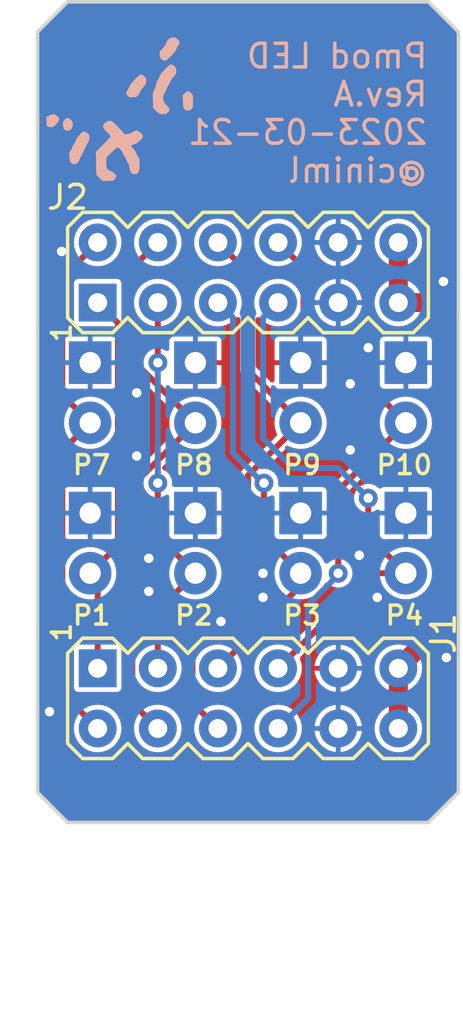
<source format=kicad_pcb>
(kicad_pcb (version 20221018) (generator pcbnew)
  (layers (0 "F.Cu" signal) (31 "B.Cu" signal) (34 "B.Paste" user) (35 "F.Paste" user) (36 "B.SilkS" user "B.Silkscreen") (37 "F.SilkS" user "F.Silkscreen") (38 "B.Mask" user) (39 "F.Mask" user) (44 "Edge.Cuts" user))
  (net 0 "")
  (net 1 "GND")
  (net 2 "/PMOD_P1")
  (net 3 "+3V3")
  (net 4 "/PMOD_P2")
  (net 5 "/PMOD_P3")
  (net 6 "/PMOD_P4")
  (net 7 "/PMOD_P7")
  (net 8 "/PMOD_P8")
  (net 9 "/PMOD_P9")
  (net 10 "/PMOD_P10")
  (footprint "local:Conn_Pmod_Spec_B_Thin" (layer "F.Cu") (at 5.08 34.49 90)
    (fp_text reference "J1" (at 1.47 14.605 90) (layer "F.SilkS"))
    (fp_text value "Conn_02x06_Top_Bottom")
    (fp_text user "1" (at 1.524 -1.524 90 unlocked) (layer "F.SilkS") (effects (font (size 0.8 0.8))))
    (fp_line (start -3.81 -0.635) (end -3.175 -1.27) (stroke (width 0.15)) (layer "F.SilkS"))
    (fp_line (start -3.81 0.635) (end -3.81 -0.635) (stroke (width 0.15)) (layer "F.SilkS"))
    (fp_line (start -3.81 1.905) (end -3.175 1.27) (stroke (width 0.15)) (layer "F.SilkS"))
    (fp_line (start -3.81 3.175) (end -3.81 1.905) (stroke (width 0.15)) (layer "F.SilkS"))
    (fp_line (start -3.81 4.445) (end -3.175 3.81) (stroke (width 0.15)) (layer "F.SilkS"))
    (fp_line (start -3.81 5.715) (end -3.81 4.445) (stroke (width 0.15)) (layer "F.SilkS"))
    (fp_line (start -3.81 6.985) (end -3.175 6.35) (stroke (width 0.15)) (layer "F.SilkS"))
    (fp_line (start -3.81 8.255) (end -3.81 6.985) (stroke (width 0.15)) (layer "F.SilkS"))
    (fp_line (start -3.81 9.525) (end -3.175 8.89) (stroke (width 0.15)) (layer "F.SilkS"))
    (fp_line (start -3.81 10.795) (end -3.81 9.525) (stroke (width 0.15)) (layer "F.SilkS"))
    (fp_line (start -3.81 12.065) (end -3.175 11.43) (stroke (width 0.15)) (layer "F.SilkS"))
    (fp_line (start -3.81 13.335) (end -3.81 12.065) (stroke (width 0.15)) (layer "F.SilkS"))
    (fp_line (start -3.175 -1.27) (end 0.635 -1.27) (stroke (width 0.15)) (layer "F.SilkS"))
    (fp_line (start -3.175 1.27) (end -3.81 0.635) (stroke (width 0.15)) (layer "F.SilkS"))
    (fp_line (start -3.175 3.81) (end -3.81 3.175) (stroke (width 0.15)) (layer "F.SilkS"))
    (fp_line (start -3.175 6.35) (end -3.81 5.715) (stroke (width 0.15)) (layer "F.SilkS"))
    (fp_line (start -3.175 8.89) (end -3.81 8.255) (stroke (width 0.15)) (layer "F.SilkS"))
    (fp_line (start -3.175 11.43) (end -3.81 10.795) (stroke (width 0.15)) (layer "F.SilkS"))
    (fp_line (start -3.175 13.97) (end -3.81 13.335) (stroke (width 0.15)) (layer "F.SilkS"))
    (fp_line (start 0.635 -1.27) (end 1.27 -0.635) (stroke (width 0.15)) (layer "F.SilkS"))
    (fp_line (start 0.635 1.27) (end 1.27 1.905) (stroke (width 0.15)) (layer "F.SilkS"))
    (fp_line (start 0.635 3.81) (end 1.27 4.445) (stroke (width 0.15)) (layer "F.SilkS"))
    (fp_line (start 0.635 6.35) (end 1.27 6.985) (stroke (width 0.15)) (layer "F.SilkS"))
    (fp_line (start 0.635 8.89) (end 1.27 9.525) (stroke (width 0.15)) (layer "F.SilkS"))
    (fp_line (start 0.635 11.43) (end 1.27 12.065) (stroke (width 0.15)) (layer "F.SilkS"))
    (fp_line (start 0.635 13.97) (end -3.175 13.97) (stroke (width 0.15)) (layer "F.SilkS"))
    (fp_line (start 1.27 -0.635) (end 1.27 0.635) (stroke (width 0.15)) (layer "F.SilkS"))
    (fp_line (start 1.27 0.635) (end 0.635 1.27) (stroke (width 0.15)) (layer "F.SilkS"))
    (fp_line (start 1.27 1.905) (end 1.27 3.175) (stroke (width 0.15)) (layer "F.SilkS"))
    (fp_line (start 1.27 3.175) (end 0.635 3.81) (stroke (width 0.15)) (layer "F.SilkS"))
    (fp_line (start 1.27 4.445) (end 1.27 5.715) (stroke (width 0.15)) (layer "F.SilkS"))
    (fp_line (start 1.27 5.715) (end 0.635 6.35) (stroke (width 0.15)) (layer "F.SilkS"))
    (fp_line (start 1.27 6.985) (end 1.27 8.255) (stroke (width 0.15)) (layer "F.SilkS"))
    (fp_line (start 1.27 8.255) (end 0.635 8.89) (stroke (width 0.15)) (layer "F.SilkS"))
    (fp_line (start 1.27 9.525) (end 1.27 10.795) (stroke (width 0.15)) (layer "F.SilkS"))
    (fp_line (start 1.27 10.795) (end 0.635 11.43) (stroke (width 0.15)) (layer "F.SilkS"))
    (fp_line (start 1.27 12.065) (end 1.27 13.335) (stroke (width 0.15)) (layer "F.SilkS"))
    (fp_line (start 1.27 13.335) (end 0.635 13.97) (stroke (width 0.15)) (layer "F.SilkS"))
    (pad "1" thru_hole rect (at 0 0 270) (size 1.6 1.6) (drill 0.8) (layers "*.Cu" "*.Mask") (net 2 "/PMOD_P1"))
    (pad "2" thru_hole oval (at 0 2.54 270) (size 1.6 1.6) (drill 0.8) (layers "*.Cu" "*.Mask") (net 4 "/PMOD_P2"))
    (pad "3" thru_hole oval (at 0 5.08 270) (size 1.6 1.6) (drill 0.8) (layers "*.Cu" "*.Mask") (net 5 "/PMOD_P3"))
    (pad "4" thru_hole oval (at 0 7.62 270) (size 1.6 1.6) (drill 0.8) (layers "*.Cu" "*.Mask") (net 6 "/PMOD_P4"))
    (pad "5" thru_hole oval (at 0 10.16 270) (size 1.6 1.6) (drill 0.8) (layers "*.Cu" "*.Mask") (net 1 "GND"))
    (pad "6" thru_hole oval (at 0 12.7 270) (size 1.6 1.6) (drill 0.8) (layers "*.Cu" "*.Mask") (net 3 "+3V3"))
    (pad "7" thru_hole oval (at -2.54 0 270) (size 1.6 1.6) (drill 0.8) (layers "*.Cu" "*.Mask") (net 7 "/PMOD_P7"))
    (pad "8" thru_hole oval (at -2.54 2.54 270) (size 1.6 1.6) (drill 0.8) (layers "*.Cu" "*.Mask") (net 8 "/PMOD_P8"))
    (pad "9" thru_hole oval (at -2.54 5.08 270) (size 1.6 1.6) (drill 0.8) (layers "*.Cu" "*.Mask") (net 9 "/PMOD_P9"))
    (pad "10" thru_hole oval (at -2.54 7.62 270) (size 1.6 1.6) (drill 0.8) (layers "*.Cu" "*.Mask") (net 10 "/PMOD_P10"))
    (pad "11" thru_hole oval (at -2.54 10.16 270) (size 1.6 1.6) (drill 0.8) (layers "*.Cu" "*.Mask") (net 1 "GND"))
    (pad "12" thru_hole oval (at -2.54 12.7 270) (size 1.6 1.6) (drill 0.8) (layers "*.Cu" "*.Mask") (net 3 "+3V3"))
  )
  (footprint "local:LED_D3.0mm" (layer "F.Cu") (at 4.7625 27.935 -90)
    (fp_text reference "D1" hide)
    (fp_text value "RED")
    (pad "1" thru_hole rect (at 0 0 270) (size 1.8 1.8) (drill 0.9) (layers "*.Cu" "*.Mask") (net 1 "GND"))
    (pad "2" thru_hole circle (at 2.54 0 270) (size 1.8 1.8) (drill 0.9) (layers "*.Cu" "*.Mask") (net 2 "/PMOD_P1"))
  )
  (footprint "local:LED_D3.0mm" (layer "F.Cu") (at 9.2075 21.585 -90)
    (fp_text reference "D6" hide)
    (fp_text value "RED")
    (pad "1" thru_hole rect (at 0 0 270) (size 1.8 1.8) (drill 0.9) (layers "*.Cu" "*.Mask") (net 1 "GND"))
    (pad "2" thru_hole circle (at 2.54 0 270) (size 1.8 1.8) (drill 0.9) (layers "*.Cu" "*.Mask") (net 8 "/PMOD_P8"))
  )
  (footprint "local:LED_D3.0mm" (layer "F.Cu") (at 18.0975 21.585 -90)
    (fp_text reference "D8" hide)
    (fp_text value "RED")
    (pad "1" thru_hole rect (at 0 0 270) (size 1.8 1.8) (drill 0.9) (layers "*.Cu" "*.Mask") (net 1 "GND"))
    (pad "2" thru_hole circle (at 2.54 0 270) (size 1.8 1.8) (drill 0.9) (layers "*.Cu" "*.Mask") (net 10 "/PMOD_P10"))
  )
  (footprint "local:LED_D3.0mm" (layer "F.Cu") (at 13.6525 27.935 -90)
    (fp_text reference "D3" hide)
    (fp_text value "RED")
    (pad "1" thru_hole rect (at 0 0 270) (size 1.8 1.8) (drill 0.9) (layers "*.Cu" "*.Mask") (net 1 "GND"))
    (pad "2" thru_hole circle (at 2.54 0 270) (size 1.8 1.8) (drill 0.9) (layers "*.Cu" "*.Mask") (net 5 "/PMOD_P3"))
  )
  (footprint "local:Conn_Pmod_Spec_D_Thin" (layer "F.Cu") (at 5.08 19.05 90)
    (fp_text reference "J2" (at 4.445 -1.27) (layer "F.SilkS"))
    (fp_text value "Conn_02x06_Top_Bottom")
    (fp_text user "1" (at -1.27 -1.524 90 unlocked) (layer "F.SilkS") (effects (font (size 0.8 0.8))))
    (fp_line (start -1.27 -0.635) (end -0.635 -1.27) (stroke (width 0.15)) (layer "F.SilkS"))
    (fp_line (start -1.27 0.635) (end -1.27 -0.635) (stroke (width 0.15)) (layer "F.SilkS"))
    (fp_line (start -1.27 1.905) (end -0.635 1.27) (stroke (width 0.15)) (layer "F.SilkS"))
    (fp_line (start -1.27 3.175) (end -1.27 1.905) (stroke (width 0.15)) (layer "F.SilkS"))
    (fp_line (start -1.27 4.445) (end -0.635 3.81) (stroke (width 0.15)) (layer "F.SilkS"))
    (fp_line (start -1.27 5.715) (end -1.27 4.445) (stroke (width 0.15)) (layer "F.SilkS"))
    (fp_line (start -1.27 6.985) (end -0.635 6.35) (stroke (width 0.15)) (layer "F.SilkS"))
    (fp_line (start -1.27 8.255) (end -1.27 6.985) (stroke (width 0.15)) (layer "F.SilkS"))
    (fp_line (start -1.27 9.525) (end -0.635 8.89) (stroke (width 0.15)) (layer "F.SilkS"))
    (fp_line (start -1.27 10.795) (end -1.27 9.525) (stroke (width 0.15)) (layer "F.SilkS"))
    (fp_line (start -1.27 12.065) (end -0.635 11.43) (stroke (width 0.15)) (layer "F.SilkS"))
    (fp_line (start -1.27 13.335) (end -1.27 12.065) (stroke (width 0.15)) (layer "F.SilkS"))
    (fp_line (start -0.635 -1.27) (end 3.175 -1.27) (stroke (width 0.15)) (layer "F.SilkS"))
    (fp_line (start -0.635 1.27) (end -1.27 0.635) (stroke (width 0.15)) (layer "F.SilkS"))
    (fp_line (start -0.635 3.81) (end -1.27 3.175) (stroke (width 0.15)) (layer "F.SilkS"))
    (fp_line (start -0.635 6.35) (end -1.27 5.715) (stroke (width 0.15)) (layer "F.SilkS"))
    (fp_line (start -0.635 8.89) (end -1.27 8.255) (stroke (width 0.15)) (layer "F.SilkS"))
    (fp_line (start -0.635 11.43) (end -1.27 10.795) (stroke (width 0.15)) (layer "F.SilkS"))
    (fp_line (start -0.635 13.97) (end -1.27 13.335) (stroke (width 0.15)) (layer "F.SilkS"))
    (fp_line (start 3.175 -1.27) (end 3.81 -0.635) (stroke (width 0.15)) (layer "F.SilkS"))
    (fp_line (start 3.175 1.27) (end 3.81 1.905) (stroke (width 0.15)) (layer "F.SilkS"))
    (fp_line (start 3.175 3.81) (end 3.81 4.445) (stroke (width 0.15)) (layer "F.SilkS"))
    (fp_line (start 3.175 6.35) (end 3.81 6.985) (stroke (width 0.15)) (layer "F.SilkS"))
    (fp_line (start 3.175 8.89) (end 3.81 9.525) (stroke (width 0.15)) (layer "F.SilkS"))
    (fp_line (start 3.175 11.43) (end 3.81 12.065) (stroke (width 0.15)) (layer "F.SilkS"))
    (fp_line (start 3.175 13.97) (end -0.635 13.97) (stroke (width 0.15)) (layer "F.SilkS"))
    (fp_line (start 3.81 -0.635) (end 3.81 0.635) (stroke (width 0.15)) (layer "F.SilkS"))
    (fp_line (start 3.81 0.635) (end 3.175 1.27) (stroke (width 0.15)) (layer "F.SilkS"))
    (fp_line (start 3.81 1.905) (end 3.81 3.175) (stroke (width 0.15)) (layer "F.SilkS"))
    (fp_line (start 3.81 3.175) (end 3.175 3.81) (stroke (width 0.15)) (layer "F.SilkS"))
    (fp_line (start 3.81 4.445) (end 3.81 5.715) (stroke (width 0.15)) (layer "F.SilkS"))
    (fp_line (start 3.81 5.715) (end 3.175 6.35) (stroke (width 0.15)) (layer "F.SilkS"))
    (fp_line (start 3.81 6.985) (end 3.81 8.255) (stroke (width 0.15)) (layer "F.SilkS"))
    (fp_line (start 3.81 8.255) (end 3.175 8.89) (stroke (width 0.15)) (layer "F.SilkS"))
    (fp_line (start 3.81 9.525) (end 3.81 10.795) (stroke (width 0.15)) (layer "F.SilkS"))
    (fp_line (start 3.81 10.795) (end 3.175 11.43) (stroke (width 0.15)) (layer "F.SilkS"))
    (fp_line (start 3.81 12.065) (end 3.81 13.335) (stroke (width 0.15)) (layer "F.SilkS"))
    (fp_line (start 3.81 13.335) (end 3.175 13.97) (stroke (width 0.15)) (layer "F.SilkS"))
    (pad "1" thru_hole rect (at 0 0 270) (size 1.6 1.6) (drill 0.8) (layers "*.Cu" "*.Mask") (net 2 "/PMOD_P1"))
    (pad "2" thru_hole oval (at 0 2.54 270) (size 1.6 1.6) (drill 0.8) (layers "*.Cu" "*.Mask") (net 4 "/PMOD_P2"))
    (pad "3" thru_hole oval (at 0 5.08 270) (size 1.6 1.6) (drill 0.8) (layers "*.Cu" "*.Mask") (net 5 "/PMOD_P3"))
    (pad "4" thru_hole oval (at 0 7.62 270) (size 1.6 1.6) (drill 0.8) (layers "*.Cu" "*.Mask") (net 6 "/PMOD_P4"))
    (pad "5" thru_hole oval (at 0 10.16 270) (size 1.6 1.6) (drill 0.8) (layers "*.Cu" "*.Mask") (net 1 "GND"))
    (pad "6" thru_hole oval (at 0 12.7 270) (size 1.6 1.6) (drill 0.8) (layers "*.Cu" "*.Mask") (net 3 "+3V3"))
    (pad "7" thru_hole oval (at 2.54 0 270) (size 1.6 1.6) (drill 0.8) (layers "*.Cu" "*.Mask") (net 7 "/PMOD_P7"))
    (pad "8" thru_hole oval (at 2.54 2.54 270) (size 1.6 1.6) (drill 0.8) (layers "*.Cu" "*.Mask") (net 8 "/PMOD_P8"))
    (pad "9" thru_hole oval (at 2.54 5.08 270) (size 1.6 1.6) (drill 0.8) (layers "*.Cu" "*.Mask") (net 9 "/PMOD_P9"))
    (pad "10" thru_hole oval (at 2.54 7.62 270) (size 1.6 1.6) (drill 0.8) (layers "*.Cu" "*.Mask") (net 10 "/PMOD_P10"))
    (pad "11" thru_hole oval (at 2.54 10.16 270) (size 1.6 1.6) (drill 0.8) (layers "*.Cu" "*.Mask") (net 1 "GND"))
    (pad "12" thru_hole oval (at 2.54 12.7 270) (size 1.6 1.6) (drill 0.8) (layers "*.Cu" "*.Mask") (net 3 "+3V3"))
  )
  (footprint "local:LED_D3.0mm" (layer "F.Cu") (at 9.2075 27.935 -90)
    (fp_text reference "D2" hide)
    (fp_text value "RED")
    (pad "1" thru_hole rect (at 0 0 270) (size 1.8 1.8) (drill 0.9) (layers "*.Cu" "*.Mask") (net 1 "GND"))
    (pad "2" thru_hole circle (at 2.54 0 270) (size 1.8 1.8) (drill 0.9) (layers "*.Cu" "*.Mask") (net 4 "/PMOD_P2"))
  )
  (footprint "local:LED_D3.0mm" (layer "F.Cu") (at 18.0975 27.935 -90)
    (fp_text reference "D4" hide)
    (fp_text value "RED")
    (pad "1" thru_hole rect (at 0 0 270) (size 1.8 1.8) (drill 0.9) (layers "*.Cu" "*.Mask") (net 1 "GND"))
    (pad "2" thru_hole circle (at 2.54 0 270) (size 1.8 1.8) (drill 0.9) (layers "*.Cu" "*.Mask") (net 6 "/PMOD_P4"))
  )
  (footprint "local:LED_D3.0mm" (layer "F.Cu") (at 4.7625 21.585 -90)
    (fp_text reference "D5" hide)
    (fp_text value "RED")
    (pad "1" thru_hole rect (at 0 0 270) (size 1.8 1.8) (drill 0.9) (layers "*.Cu" "*.Mask") (net 1 "GND"))
    (pad "2" thru_hole circle (at 2.54 0 270) (size 1.8 1.8) (drill 0.9) (layers "*.Cu" "*.Mask") (net 7 "/PMOD_P7"))
  )
  (footprint "local:LED_D3.0mm" (layer "F.Cu") (at 13.6525 21.585 -90)
    (fp_text reference "D7" hide)
    (fp_text value "RED")
    (pad "1" thru_hole rect (at 0 0 270) (size 1.8 1.8) (drill 0.9) (layers "*.Cu" "*.Mask") (net 1 "GND"))
    (pad "2" thru_hole circle (at 2.54 0 270) (size 1.8 1.8) (drill 0.9) (layers "*.Cu" "*.Mask") (net 9 "/PMOD_P9"))
  )
  (footprint "local:logo" (layer "B.Cu") (at 6 10.86 180)
    (fp_text reference "LOGO1" hide)
    (fp_text value "Logo_Open_Hardware_Small" hide)
    (fp_poly (pts (xy 2.266534 -0.431852) (xy 2.305593 -0.463223) (xy 2.355262 -0.515521) (xy 2.378658 -0.575002) (xy 2.384765 -0.665353) (xy 2.384778 -0.671927) (xy 2.367945 -0.801733) (xy 2.317161 -0.886684) (xy 2.231998 -0.927335) (xy 2.184897 -0.931334) (xy 2.094536 -0.911088) (xy 2.034049 -0.856972) (xy 1.984825 -0.749721) (xy 1.975556 -0.661925) (xy 1.983784 -0.573551) (xy 2.017069 -0.511515) (xy 2.062388 -0.468176) (xy 2.140159 -0.412537) (xy 2.201815 -0.40056) (xy 2.266534 -0.431852)) (stroke (width 0.01)) (fill solid) (layer "B.SilkS"))
    (fp_poly (pts (xy 2.900714 -0.263428) (xy 2.951144 -0.286205) (xy 3.076222 -0.348672) (xy 3.076222 -0.550632) (xy 3.072234 -0.669347) (xy 3.05976 -0.736614) (xy 3.040945 -0.756825) (xy 2.989587 -0.764971) (xy 2.916398 -0.778483) (xy 2.860413 -0.783104) (xy 2.809802 -0.766674) (xy 2.747835 -0.721382) (xy 2.697202 -0.676145) (xy 2.602329 -0.577949) (xy 2.555018 -0.497724) (xy 2.553042 -0.42685) (xy 2.594173 -0.356709) (xy 2.610128 -0.339113) (xy 2.70204 -0.264318) (xy 2.79423 -0.239814) (xy 2.900714 -0.263428)) (stroke (width 0.01)) (fill solid) (layer "B.SilkS"))
    (fp_poly (pts (xy -2.821762 0.697439) (xy -2.76603 0.649347) (xy -2.675646 0.564916) (xy -2.685434 0.299476) (xy -2.692719 0.164645) (xy -2.704341 0.073676) (xy -2.722756 0.014017) (xy -2.748985 -0.025316) (xy -2.829438 -0.076831) (xy -2.923103 -0.083052) (xy -3.01085 -0.044945) (xy -3.045951 -0.010305) (xy -3.07453 0.034395) (xy -3.092145 0.089239) (xy -3.101259 0.16837) (xy -3.104331 0.285931) (xy -3.104444 0.325853) (xy -3.103697 0.449162) (xy -3.099073 0.529802) (xy -3.087001 0.581546) (xy -3.06391 0.618166) (xy -3.026228 0.653438) (xy -3.017612 0.660713) (xy -2.942438 0.715306) (xy -2.883435 0.727832) (xy -2.821762 0.697439)) (stroke (width 0.01)) (fill solid) (layer "B.SilkS"))
    (fp_poly (pts (xy -2.136828 2.967847) (xy -2.051213 2.903292) (xy -1.99239 2.823171) (xy -1.975555 2.755169) (xy -1.957022 2.70896) (xy -1.90817 2.637898) (xy -1.839127 2.556509) (xy -1.830995 2.547824) (xy -1.756918 2.467201) (xy -1.714966 2.410472) (xy -1.697559 2.361412) (xy -1.697118 2.303796) (xy -1.700657 2.268785) (xy -1.732754 2.142515) (xy -1.795162 2.063728) (xy -1.887765 2.03256) (xy -1.904604 2.032) (xy -1.953741 2.038825) (xy -2.005189 2.064185) (xy -2.06924 2.115406) (xy -2.156184 2.199812) (xy -2.192054 2.236611) (xy -2.279064 2.332599) (xy -2.351105 2.423213) (xy -2.398229 2.495367) (xy -2.41024 2.523661) (xy -2.444002 2.6089) (xy -2.485305 2.675634) (xy -2.524508 2.739889) (xy -2.54 2.792526) (xy -2.517976 2.846273) (xy -2.463148 2.910392) (xy -2.392381 2.968442) (xy -2.323349 3.00374) (xy -2.232964 3.005207) (xy -2.136828 2.967847)) (stroke (width 0.01)) (fill solid) (layer "B.SilkS"))
    (fp_poly (pts (xy -0.865785 1.418897) (xy -0.795105 1.364712) (xy -0.710403 1.287463) (xy -0.622071 1.197835) (xy -0.540502 1.106512) (xy -0.47609 1.024179) (xy -0.439226 0.961521) (xy -0.435309 0.949202) (xy -0.402903 0.865014) (xy -0.351172 0.783474) (xy -0.349124 0.781001) (xy -0.29677 0.706358) (xy -0.287938 0.645977) (xy -0.321861 0.579131) (xy -0.340715 0.554139) (xy -0.385496 0.508646) (xy -0.440053 0.486458) (xy -0.525606 0.479893) (xy -0.546102 0.479778) (xy -0.650975 0.488496) (xy -0.733647 0.511284) (xy -0.75356 0.522198) (xy -0.802299 0.576958) (xy -0.843485 0.656487) (xy -0.848363 0.670365) (xy -0.886715 0.749038) (xy -0.950318 0.842641) (xy -1.005745 0.908957) (xy -1.075428 0.98955) (xy -1.112708 1.052551) (xy -1.127173 1.118088) (xy -1.128889 1.167504) (xy -1.121719 1.256372) (xy -1.092204 1.317245) (xy -1.042057 1.366269) (xy -0.976154 1.413187) (xy -0.921379 1.438107) (xy -0.912049 1.439333) (xy -0.865785 1.418897)) (stroke (width 0.01)) (fill solid) (layer "B.SilkS"))
    (fp_poly (pts (xy 1.57599 -1.006093) (xy 1.647291 -1.069696) (xy 1.721059 -1.148928) (xy 1.784749 -1.229604) (xy 1.82582 -1.297543) (xy 1.834445 -1.328217) (xy 1.852053 -1.389112) (xy 1.895389 -1.460716) (xy 1.905 -1.472703) (xy 1.95107 -1.538614) (xy 1.974723 -1.594267) (xy 1.975556 -1.60226) (xy 1.990872 -1.652141) (xy 2.029438 -1.724005) (xy 2.049445 -1.754589) (xy 2.090439 -1.821334) (xy 2.110827 -1.883755) (xy 2.115402 -1.964115) (xy 2.11171 -2.043786) (xy 2.092012 -2.185088) (xy 2.051581 -2.278163) (xy 1.986447 -2.32868) (xy 1.902674 -2.342445) (xy 1.810579 -2.321336) (xy 1.753778 -2.270564) (xy 1.706417 -2.19135) (xy 1.67936 -2.117292) (xy 1.653456 -2.046749) (xy 1.622407 -2.00347) (xy 1.588318 -1.956176) (xy 1.55493 -1.881712) (xy 1.550098 -1.867465) (xy 1.518115 -1.787131) (xy 1.483133 -1.725546) (xy 1.478451 -1.719723) (xy 1.443115 -1.66302) (xy 1.409132 -1.584875) (xy 1.406947 -1.578612) (xy 1.368637 -1.490983) (xy 1.322513 -1.415123) (xy 1.321928 -1.414361) (xy 1.282335 -1.32626) (xy 1.27 -1.225297) (xy 1.276774 -1.140537) (xy 1.306337 -1.083182) (xy 1.367438 -1.02922) (xy 1.456007 -0.977615) (xy 1.519697 -0.972301) (xy 1.57599 -1.006093)) (stroke (width 0.01)) (fill solid) (layer "B.SilkS"))
    (fp_poly (pts (xy -2.135785 1.84223) (xy -2.065105 1.788045) (xy -1.980403 1.710796) (xy -1.892071 1.621168) (xy -1.810502 1.529845) (xy -1.74609 1.447512) (xy -1.709226 1.384854) (xy -1.705309 1.372536) (xy -1.672903 1.288348) (xy -1.621172 1.206807) (xy -1.619124 1.204334) (xy -1.562092 1.095628) (xy -1.552222 1.015088) (xy -1.52529 0.88379) (xy -1.479499 0.798531) (xy -1.44841 0.749647) (xy -1.428137 0.703751) (xy -1.416815 0.647992) (xy -1.412582 0.569523) (xy -1.413571 0.455494) (xy -1.415999 0.360955) (xy -1.425222 0.030467) (xy -1.548381 -0.094943) (xy -1.66025 -0.188192) (xy -1.770363 -0.231715) (xy -1.892816 -0.229959) (xy -1.942283 -0.21919) (xy -2.026662 -0.176854) (xy -2.090482 -0.108322) (xy -2.116642 -0.032149) (xy -2.116666 -0.029968) (xy -2.097956 0.01073) (xy -2.049104 0.075541) (xy -1.986526 0.144299) (xy -1.90972 0.229413) (xy -1.866447 0.300756) (xy -1.845389 0.378824) (xy -1.841721 0.406532) (xy -1.838596 0.503404) (xy -1.861207 0.579968) (xy -1.89865 0.642264) (xy -1.948414 0.72999) (xy -1.983666 0.81759) (xy -1.988825 0.837661) (xy -2.013514 0.910774) (xy -2.046481 0.959863) (xy -2.080629 1.007134) (xy -2.114187 1.081564) (xy -2.119079 1.095868) (xy -2.156969 1.17324) (xy -2.220187 1.26592) (xy -2.275745 1.332291) (xy -2.345428 1.412884) (xy -2.382708 1.475884) (xy -2.397173 1.541421) (xy -2.398889 1.590838) (xy -2.391719 1.679705) (xy -2.362204 1.740579) (xy -2.312057 1.789602) (xy -2.246154 1.83652) (xy -2.191379 1.861441) (xy -2.182049 1.862666) (xy -2.135785 1.84223)) (stroke (width 0.01)) (fill solid) (layer "B.SilkS"))
    (fp_poly (pts (xy 0.447208 -0.520011) (xy 0.543941 -0.557204) (xy 0.62901 -0.618331) (xy 0.662591 -0.658298) (xy 0.688795 -0.721283) (xy 0.680807 -0.787618) (xy 0.634837 -0.865844) (xy 0.547095 -0.964499) (xy 0.510551 -1.000828) (xy 0.439543 -1.073708) (xy 0.388192 -1.133387) (xy 0.366975 -1.167624) (xy 0.366889 -1.168675) (xy 0.385777 -1.197315) (xy 0.437916 -1.258262) (xy 0.516521 -1.344035) (xy 0.614808 -1.447153) (xy 0.679222 -1.513038) (xy 0.991554 -1.829605) (xy 0.982611 -2.310677) (xy 0.973667 -2.791748) (xy 0.847846 -2.919874) (xy 0.722026 -3.048) (xy 0.490061 -3.048) (xy 0.374067 -3.046697) (xy 0.299979 -3.040309) (xy 0.253278 -3.025118) (xy 0.219444 -2.997407) (xy 0.199604 -2.973639) (xy 0.158846 -2.908353) (xy 0.141135 -2.853292) (xy 0.141111 -2.851919) (xy 0.164583 -2.792835) (xy 0.224135 -2.726849) (xy 0.303475 -2.668103) (xy 0.38631 -2.63074) (xy 0.399604 -2.627525) (xy 0.47701 -2.597565) (xy 0.52708 -2.54001) (xy 0.553336 -2.446742) (xy 0.559301 -2.309646) (xy 0.557838 -2.262875) (xy 0.549039 -2.056305) (xy 0.334523 -1.846597) (xy 0.242016 -1.76006) (xy 0.160491 -1.690892) (xy 0.100313 -1.647488) (xy 0.075545 -1.636889) (xy 0.02329 -1.659181) (xy -0.040673 -1.715257) (xy -0.101829 -1.788921) (xy -0.145662 -1.863972) (xy -0.156246 -1.89555) (xy -0.182544 -1.964516) (xy -0.212037 -2.004085) (xy -0.246126 -2.05138) (xy -0.279514 -2.125844) (xy -0.284346 -2.140091) (xy -0.317948 -2.222499) (xy -0.356407 -2.287747) (xy -0.361131 -2.29351) (xy -0.389282 -2.348791) (xy -0.41459 -2.436932) (xy -0.426026 -2.500643) (xy -0.45651 -2.634255) (xy -0.507342 -2.718978) (xy -0.582645 -2.759983) (xy -0.637326 -2.765778) (xy -0.722908 -2.751953) (xy -0.783489 -2.706418) (xy -0.822188 -2.62308) (xy -0.842126 -2.495848) (xy -0.846666 -2.357124) (xy -0.844991 -2.229537) (xy -0.838456 -2.145551) (xy -0.824795 -2.092385) (xy -0.801745 -2.057255) (xy -0.791822 -2.047559) (xy -0.746242 -1.983759) (xy -0.718429 -1.909129) (xy -0.688433 -1.839394) (xy -0.631086 -1.754787) (xy -0.584068 -1.700506) (xy -0.517268 -1.625368) (xy -0.496073 -1.576029) (xy -0.523457 -1.541562) (xy -0.602397 -1.511037) (xy -0.638532 -1.500458) (xy -0.72207 -1.46132) (xy -0.81207 -1.395652) (xy -0.895162 -1.316465) (xy -0.957972 -1.23677) (xy -0.987129 -1.169575) (xy -0.987778 -1.160665) (xy -0.965085 -1.104551) (xy -0.908373 -1.039138) (xy -0.834689 -0.979169) (xy -0.761081 -0.939391) (xy -0.722623 -0.931334) (xy -0.659841 -0.946898) (xy -0.579113 -0.986073) (xy -0.547216 -1.00617) (xy -0.444067 -1.058734) (xy -0.337517 -1.08432) (xy -0.242631 -1.081988) (xy -0.174474 -1.050796) (xy -0.158311 -1.030464) (xy -0.115785 -0.970951) (xy -0.045734 -0.889896) (xy 0.041457 -0.797547) (xy 0.135403 -0.704156) (xy 0.225719 -0.619971) (xy 0.302019 -0.555244) (xy 0.353918 -0.520224) (xy 0.361539 -0.51739) (xy 0.447208 -0.520011)) (stroke (width 0.01)) (fill solid) (layer "B.SilkS"))
  )
  (gr_line (start 2.54 39.73) (end 2.54 7.62) (stroke (width 0.15)) (layer "Edge.Cuts"))
  (gr_line (start 20.32 7.62) (end 20.32 39.73) (stroke (width 0.15)) (layer "Edge.Cuts"))
  (gr_line (start 3.81 41) (end 19.05 41) (stroke (width 0.15)) (layer "Edge.Cuts"))
  (gr_line (start 3.81 41) (end 2.54 39.73) (stroke (width 0.15)) (layer "Edge.Cuts"))
  (gr_line (start 3.81 6.35) (end 19.05 6.35) (stroke (width 0.15)) (layer "Edge.Cuts"))
  (gr_line (start 20.32 7.62) (end 19.05 6.35) (stroke (width 0.15)) (layer "Edge.Cuts"))
  (gr_line (start 19.05 41) (end 20.32 39.73) (stroke (width 0.15)) (layer "Edge.Cuts"))
  (gr_line (start 2.54 7.62) (end 3.81 6.35) (stroke (width 0.15)) (layer "Edge.Cuts"))
  (gr_text "Pmod LED\nRev.A\n2023-03-21\n@ciniml" (at 19.1 11.06) (layer "B.SilkS") (effects (font (size 1 1)) (justify left mirror)))
  (gr_text "P9" (at 13.716 25.908) (layer "F.SilkS") (effects (font (size 0.8 0.8))))
  (gr_text "P10" (at 18.034 25.908) (layer "F.SilkS") (effects (font (size 0.8 0.8))))
  (gr_text "P4" (at 18.034 32.258) (layer "F.SilkS") (effects (font (size 0.8 0.8))))
  (gr_text "P7" (at 4.826 25.908) (layer "F.SilkS") (effects (font (size 0.8 0.8))))
  (gr_text "P2" (at 9.144 32.258) (layer "F.SilkS") (effects (font (size 0.8 0.8))))
  (gr_text "P8" (at 9.144 25.908) (layer "F.SilkS") (effects (font (size 0.8 0.8))))
  (gr_text "P1" (at 4.826 32.258) (layer "F.SilkS") (effects (font (size 0.8 0.8))))
  (gr_text "P3" (at 13.716 32.258) (layer "F.SilkS") (effects (font (size 0.8 0.8))))
  (via (at 12.065 30.48) (size 0.8) (drill 0.4) (layers "F.Cu" "B.Cu") (net 1))
  (via (at 16.51 20.955) (size 0.8) (drill 0.4) (layers "F.Cu" "B.Cu") (net 1))
  (via (at 16.891 31.496) (size 0.8) (drill 0.4) (layers "F.Cu" "B.Cu") (net 1))
  (via (at 19.685 18.161) (size 0.8) (drill 0.4) (layers "F.Cu" "B.Cu") (net 1))
  (via (at 15.748 25.273) (size 0.8) (drill 0.4) (layers "F.Cu" "B.Cu") (net 1))
  (via (at 3.048 36.322) (size 0.8) (drill 0.4) (layers "F.Cu" "B.Cu") (net 1))
  (via (at 12.065 31.496) (size 0.8) (drill 0.4) (layers "F.Cu" "B.Cu") (net 1))
  (via (at 15.748 22.479) (size 0.8) (drill 0.4) (layers "F.Cu" "B.Cu") (net 1))
  (via (at 6.731 22.86) (size 0.8) (drill 0.4) (layers "F.Cu" "B.Cu") (net 1))
  (via (at 7.239 29.845) (size 0.8) (drill 0.4) (layers "F.Cu" "B.Cu") (net 1))
  (via (at 3.556 16.891) (size 0.8) (drill 0.4) (layers "F.Cu" "B.Cu") (net 1))
  (via (at 7.239 31.242) (size 0.8) (drill 0.4) (layers "F.Cu" "B.Cu") (net 1))
  (via (at 10.287 32.512) (size 0.8) (drill 0.4) (layers "F.Cu" "B.Cu") (net 1))
  (via (at 16.129 29.718) (size 0.8) (drill 0.4) (layers "F.Cu" "B.Cu") (net 1))
  (via (at 19.812 34.036) (size 0.8) (drill 0.4) (layers "F.Cu" "B.Cu") (net 1))
  (via (at 6.731 25.527) (size 0.8) (drill 0.4) (layers "F.Cu" "B.Cu") (net 1))
  (segment (start 5.9375 29.3) (end 5.9375 19.9075) (width 0.25) (layer "F.Cu") (net 2))
  (segment (start 4.7625 30.475) (end 5.9375 29.3) (width 0.25) (layer "F.Cu") (net 2))
  (segment (start 5.08 30.7925) (end 4.7625 30.475) (width 0.25) (layer "F.Cu") (net 2))
  (segment (start 5.9375 19.9075) (end 5.08 19.05) (width 0.25) (layer "F.Cu") (net 2))
  (segment (start 5.08 34.49) (end 5.08 30.7925) (width 0.25) (layer "F.Cu") (net 2))
  (segment (start 19.685 32.585) (end 19.685 19.82363) (width 0.8) (layer "F.Cu") (net 3))
  (segment (start 19.685 19.82363) (end 18.91137 19.05) (width 0.8) (layer "F.Cu") (net 3))
  (segment (start 17.78 34.49) (end 19.685 32.585) (width 0.8) (layer "F.Cu") (net 3))
  (segment (start 17.78 19.05) (end 17.78 16.51) (width 0.8) (layer "F.Cu") (net 3))
  (segment (start 17.78 37.03) (end 17.78 34.49) (width 0.8) (layer "F.Cu") (net 3))
  (segment (start 18.91137 19.05) (end 17.78 19.05) (width 0.8) (layer "F.Cu") (net 3))
  (segment (start 7.62 34.49) (end 7.62 32.0625) (width 0.25) (layer "F.Cu") (net 4))
  (segment (start 7.623194 21.586806) (end 7.62 21.583612) (width 0.25) (layer "F.Cu") (net 4))
  (segment (start 7.62 32.0625) (end 9.2075 30.475) (width 0.25) (layer "F.Cu") (net 4))
  (segment (start 7.62 21.583612) (end 7.62 19.05) (width 0.25) (layer "F.Cu") (net 4))
  (segment (start 7.62 28.8875) (end 7.62 26.67) (width 0.25) (layer "F.Cu") (net 4))
  (segment (start 9.2075 30.475) (end 7.62 28.8875) (width 0.25) (layer "F.Cu") (net 4))
  (via (at 7.623194 21.586806) (size 0.8) (drill 0.4) (layers "F.Cu" "B.Cu") (net 4))
  (via (at 7.62 26.67) (size 0.8) (drill 0.4) (layers "F.Cu" "B.Cu") (net 4))
  (segment (start 7.62 26.67) (end 7.62 21.59) (width 0.25) (layer "B.Cu") (net 4))
  (segment (start 7.62 21.59) (end 7.623194 21.586806) (width 0.25) (layer "B.Cu") (net 4))
  (segment (start 10.16 34.49) (end 13.6525 30.9975) (width 0.25) (layer "F.Cu") (net 5))
  (segment (start 13.6525 30.9975) (end 13.6525 30.475) (width 0.25) (layer "F.Cu") (net 5))
  (segment (start 12.1045 28.927) (end 12.1045 26.67) (width 0.25) (layer "F.Cu") (net 5))
  (segment (start 13.6525 30.475) (end 12.1045 28.927) (width 0.25) (layer "F.Cu") (net 5))
  (via (at 12.1045 26.67) (size 0.8) (drill 0.4) (layers "F.Cu" "B.Cu") (net 5))
  (segment (start 10.795 19.685) (end 10.16 19.05) (width 0.25) (layer "B.Cu") (net 5))
  (segment (start 10.795 25.4) (end 10.795 19.685) (width 0.25) (layer "B.Cu") (net 5))
  (segment (start 12.065 26.67) (end 10.795 25.4) (width 0.25) (layer "B.Cu") (net 5))
  (segment (start 12.1045 26.67) (end 12.065 26.67) (width 0.25) (layer "B.Cu") (net 5))
  (segment (start 16.715 30.475) (end 18.0975 30.475) (width 0.25) (layer "F.Cu") (net 6))
  (segment (start 12.7 34.49) (end 16.715 30.475) (width 0.25) (layer "F.Cu") (net 6))
  (segment (start 18.0975 30.475) (end 16.51 28.8875) (width 0.25) (layer "F.Cu") (net 6))
  (segment (start 16.51 28.8875) (end 16.51 27.305) (width 0.25) (layer "F.Cu") (net 6))
  (via (at 16.51 27.305) (size 0.8) (drill 0.4) (layers "F.Cu" "B.Cu") (net 6))
  (segment (start 13.335 26.035) (end 12.065 24.765) (width 0.25) (layer "B.Cu") (net 6))
  (segment (start 16.51 27.305) (end 15.24 26.035) (width 0.25) (layer "B.Cu") (net 6))
  (segment (start 12.065 19.685) (end 12.7 19.05) (width 0.25) (layer "B.Cu") (net 6))
  (segment (start 15.24 26.035) (end 13.335 26.035) (width 0.25) (layer "B.Cu") (net 6))
  (segment (start 12.065 24.765) (end 12.065 19.685) (width 0.25) (layer "B.Cu") (net 6))
  (segment (start 5.08 37.03) (end 3.5875 35.5375) (width 0.25) (layer "F.Cu") (net 7))
  (segment (start 3.5875 25.3) (end 4.7625 24.125) (width 0.25) (layer "F.Cu") (net 7))
  (segment (start 3.5875 22.95) (end 3.5875 18.0025) (width 0.25) (layer "F.Cu") (net 7))
  (segment (start 3.5875 18.0025) (end 5.08 16.51) (width 0.25) (layer "F.Cu") (net 7))
  (segment (start 3.5875 35.5375) (end 3.5875 25.3) (width 0.25) (layer "F.Cu") (net 7))
  (segment (start 4.7625 24.125) (end 3.5875 22.95) (width 0.25) (layer "F.Cu") (net 7))
  (segment (start 6.35 17.78) (end 7.62 16.51) (width 0.25) (layer "F.Cu") (net 8))
  (segment (start 9.2075 24.125) (end 6.35 21.2675) (width 0.25) (layer "F.Cu") (net 8))
  (segment (start 6.35 21.2675) (end 6.35 17.78) (width 0.25) (layer "F.Cu") (net 8))
  (segment (start 6.545 26.7875) (end 9.2075 24.125) (width 0.25) (layer "F.Cu") (net 8))
  (segment (start 7.62 37.03) (end 6.545 35.955) (width 0.25) (layer "F.Cu") (net 8))
  (segment (start 6.545 35.955) (end 6.545 26.7875) (width 0.25) (layer "F.Cu") (net 8))
  (segment (start 9.085 35.955) (end 9.085 32.35) (width 0.25) (layer "F.Cu") (net 9))
  (segment (start 10.16 37.03) (end 9.085 35.955) (width 0.25) (layer "F.Cu") (net 9))
  (segment (start 11.43 30.005) (end 11.43 26.3475) (width 0.25) (layer "F.Cu") (net 9))
  (segment (start 13.6525 24.125) (end 11.43 21.9025) (width 0.25) (layer "F.Cu") (net 9))
  (segment (start 11.43 17.78) (end 10.16 16.51) (width 0.25) (layer "F.Cu") (net 9))
  (segment (start 11.43 26.3475) (end 13.6525 24.125) (width 0.25) (layer "F.Cu") (net 9))
  (segment (start 11.43 21.9025) (end 11.43 17.78) (width 0.25) (layer "F.Cu") (net 9))
  (segment (start 9.085 32.35) (end 11.43 30.005) (width 0.25) (layer "F.Cu") (net 9))
  (segment (start 13.775 19.30028) (end 13.775 17.585) (width 0.25) (layer "F.Cu") (net 10))
  (segment (start 18.0975 24.125) (end 16.51 22.5375) (width 0.25) (layer "F.Cu") (net 10))
  (segment (start 15.24 30.48) (end 15.24 26.9825) (width 0.25) (layer "F.Cu") (net 10))
  (segment (start 15.24 26.9825) (end 18.0975 24.125) (width 0.25) (layer "F.Cu") (net 10))
  (segment (start 16.51 22.03528) (end 13.775 19.30028) (width 0.25) (layer "F.Cu") (net 10))
  (segment (start 16.51 22.5375) (end 16.51 22.03528) (width 0.25) (layer "F.Cu") (net 10))
  (segment (start 13.775 17.585) (end 12.7 16.51) (width 0.25) (layer "F.Cu") (net 10))
  (via (at 15.24 30.48) (size 0.8) (drill 0.4) (layers "F.Cu" "B.Cu") (net 10))
  (segment (start 12.7 37.03) (end 13.97 35.76) (width 0.25) (layer "B.Cu") (net 10))
  (segment (start 15.24 30.549201) (end 15.24 30.48) (width 0.25) (layer "B.Cu") (net 10))
  (segment (start 13.97 31.819201) (end 15.24 30.549201) (width 0.25) (layer "B.Cu") (net 10))
  (segment (start 13.97 35.76) (end 13.97 31.819201) (width 0.25) (layer "B.Cu") (net 10))
  (zone (net 1) (net_name "GND") (layers "F&B.Cu") (name "GND") (connect_pads (clearance 0.2)) (min_thickness 0.2) (fill yes (thermal_gap 0.2) (thermal_bridge_width 0.2))
    (polygon (pts (xy 20.32 41) (xy 2.54 41) (xy 2.54 6.35) (xy 20.32 6.35)))
  )
)
</source>
